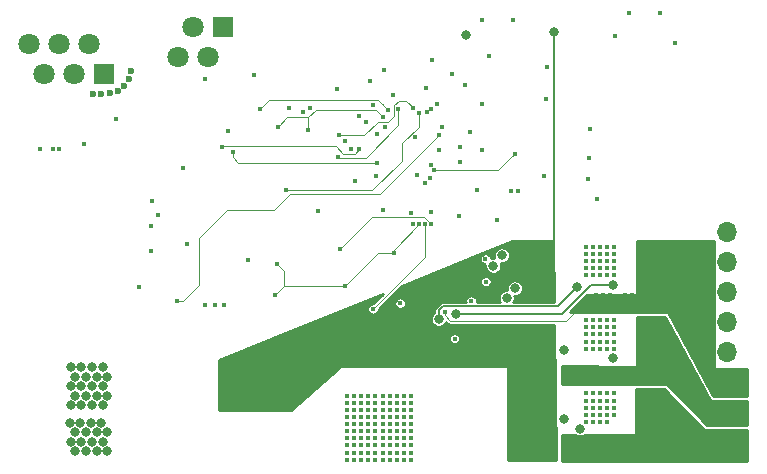
<source format=gbr>
G04 #@! TF.GenerationSoftware,KiCad,Pcbnew,5.1.5-52549c5~84~ubuntu18.04.1*
G04 #@! TF.CreationDate,2020-04-09T12:26:46+02:00*
G04 #@! TF.ProjectId,board,626f6172-642e-46b6-9963-61645f706362,rev?*
G04 #@! TF.SameCoordinates,Original*
G04 #@! TF.FileFunction,Copper,L2,Inr*
G04 #@! TF.FilePolarity,Positive*
%FSLAX46Y46*%
G04 Gerber Fmt 4.6, Leading zero omitted, Abs format (unit mm)*
G04 Created by KiCad (PCBNEW 5.1.5-52549c5~84~ubuntu18.04.1) date 2020-04-09 12:26:46*
%MOMM*%
%LPD*%
G04 APERTURE LIST*
%ADD10O,1.700000X1.700000*%
%ADD11R,1.700000X1.700000*%
%ADD12C,1.800000*%
%ADD13R,1.800000X1.800000*%
%ADD14C,0.400000*%
%ADD15C,0.800000*%
%ADD16C,0.600000*%
%ADD17C,0.177800*%
%ADD18C,0.101600*%
%ADD19C,0.152400*%
%ADD20C,0.254000*%
G04 APERTURE END LIST*
D10*
X156000000Y-119329200D03*
X156000000Y-121869200D03*
X156000000Y-124409200D03*
X156000000Y-126949200D03*
X156000000Y-129489200D03*
X156000000Y-132029200D03*
X156000000Y-134569200D03*
D11*
X156000000Y-137109200D03*
D12*
X96860000Y-103390000D03*
X98130000Y-105930000D03*
D13*
X103210000Y-105930000D03*
D12*
X101940000Y-103390000D03*
X100670000Y-105930000D03*
X99400000Y-103390000D03*
D13*
X113325000Y-101930000D03*
D12*
X112055000Y-104470000D03*
X110785000Y-101930000D03*
X109515000Y-104470000D03*
D14*
X129100000Y-127200000D03*
X128500000Y-127800000D03*
X124910000Y-127210000D03*
X126700000Y-127800000D03*
X129100000Y-129000000D03*
X129100000Y-127800000D03*
X128500000Y-127200000D03*
X124900000Y-129000000D03*
X126700000Y-128400000D03*
X126100000Y-127200000D03*
X126100000Y-129000000D03*
X124300000Y-127800000D03*
X126100000Y-128400000D03*
X126700000Y-127200000D03*
X123700000Y-127800000D03*
X126100000Y-127800000D03*
X127900000Y-127200000D03*
X124900000Y-127800000D03*
X127310000Y-127210000D03*
X124300000Y-128400000D03*
X127900000Y-129000000D03*
X127300000Y-127800000D03*
X123700000Y-128400000D03*
X125500000Y-129000000D03*
X125500000Y-127200000D03*
X123700000Y-127200000D03*
X124300000Y-129000000D03*
X127900000Y-127800000D03*
X127300000Y-129000000D03*
X125500000Y-128400000D03*
X128500000Y-128400000D03*
X128500000Y-129000000D03*
X123700000Y-129000000D03*
X124900000Y-128400000D03*
X129100000Y-128400000D03*
X127300000Y-128400000D03*
X127900000Y-128400000D03*
X125500000Y-127800000D03*
X126700000Y-129000000D03*
X124300000Y-127200000D03*
D15*
X141300000Y-102400000D03*
X141000000Y-120600000D03*
D14*
X129890000Y-118690000D03*
X127748000Y-121100000D03*
X117700000Y-124650000D03*
X123600000Y-123900000D03*
X117900000Y-122050000D03*
X133750000Y-106885000D03*
X127700000Y-107700000D03*
X130520000Y-107140000D03*
X111740000Y-106360000D03*
X115880000Y-106040000D03*
X125700000Y-106510000D03*
X136500000Y-118300000D03*
X129200000Y-117700000D03*
X133300000Y-118000000D03*
X104200000Y-109800000D03*
X147700000Y-100800000D03*
X126250000Y-114570000D03*
X134760000Y-115790000D03*
X130380000Y-118690000D03*
X126000000Y-125850000D03*
D15*
X131550000Y-126710000D03*
X143300000Y-124000000D03*
X133060000Y-126250000D03*
X146300000Y-123800000D03*
X137300000Y-124900000D03*
X146300000Y-130000000D03*
X142200000Y-129300000D03*
X138000000Y-124100000D03*
X136180000Y-122220000D03*
X142130025Y-135169975D03*
X136900000Y-121300000D03*
X143494805Y-135966469D03*
D14*
X126800000Y-136800000D03*
X128000000Y-136800000D03*
X124400000Y-137400000D03*
X128000000Y-136200000D03*
X126200000Y-136200000D03*
X125000000Y-136200000D03*
X124400000Y-136800000D03*
X128000000Y-137400000D03*
X128600000Y-137400000D03*
X126200000Y-136800000D03*
X125010000Y-135610000D03*
X128600000Y-136800000D03*
X124400000Y-136200000D03*
X127400000Y-136800000D03*
X125600000Y-135600000D03*
X126800000Y-137400000D03*
X125000000Y-136800000D03*
X129200000Y-135600000D03*
X126800000Y-135600000D03*
X126200000Y-137400000D03*
X123800000Y-137400000D03*
X128000000Y-135600000D03*
X128600000Y-135600000D03*
X123800000Y-135600000D03*
X128600000Y-136200000D03*
X126200000Y-135600000D03*
X127410000Y-135610000D03*
X127400000Y-136200000D03*
X129200000Y-136800000D03*
X123800000Y-136800000D03*
X125600000Y-137400000D03*
X125600000Y-136200000D03*
X123800000Y-136200000D03*
X125000000Y-137400000D03*
X127400000Y-137400000D03*
X125600000Y-136800000D03*
X124400000Y-135600000D03*
X126800000Y-136200000D03*
X129200000Y-137400000D03*
X129200000Y-136200000D03*
X129200000Y-138600000D03*
X128600000Y-138000000D03*
X123800000Y-138600000D03*
X124400000Y-138000000D03*
X126800000Y-138000000D03*
X125600000Y-138000000D03*
X128000000Y-138600000D03*
X123800000Y-138000000D03*
X126200000Y-138600000D03*
X126800000Y-138600000D03*
X128600000Y-138600000D03*
X125600000Y-138600000D03*
X125000000Y-138600000D03*
X126200000Y-138000000D03*
X128000000Y-138000000D03*
X125000000Y-138000000D03*
X127400000Y-138600000D03*
X129200000Y-138000000D03*
X127400000Y-138000000D03*
X124400000Y-138600000D03*
X126800000Y-134400000D03*
X128000000Y-134400000D03*
X124400000Y-135000000D03*
X128000000Y-133800000D03*
X126200000Y-133800000D03*
X125000000Y-133800000D03*
X124400000Y-134400000D03*
X128000000Y-135000000D03*
X128600000Y-135000000D03*
X126200000Y-134400000D03*
X125010000Y-133210000D03*
X128600000Y-134400000D03*
X124400000Y-133800000D03*
X127400000Y-134400000D03*
X125600000Y-133200000D03*
X126800000Y-135000000D03*
X125000000Y-134400000D03*
X129200000Y-133200000D03*
X126800000Y-133200000D03*
X126200000Y-135000000D03*
X123800000Y-135000000D03*
X128000000Y-133200000D03*
X128600000Y-133200000D03*
X123800000Y-133200000D03*
X128600000Y-133800000D03*
X126200000Y-133200000D03*
X127410000Y-133210000D03*
X127400000Y-133800000D03*
X129200000Y-134400000D03*
X123800000Y-134400000D03*
X125600000Y-135000000D03*
X125600000Y-133800000D03*
X123800000Y-133800000D03*
X125000000Y-135000000D03*
X127400000Y-135000000D03*
X125600000Y-134400000D03*
X124400000Y-133200000D03*
X126800000Y-133800000D03*
X129200000Y-135000000D03*
X129200000Y-133800000D03*
X146400000Y-127400000D03*
X144600000Y-127400000D03*
X144600000Y-128600000D03*
X144600000Y-128000000D03*
X146400000Y-129200000D03*
X145800000Y-129200000D03*
X145200000Y-126800000D03*
X145800000Y-126800000D03*
X145800000Y-128000000D03*
X145200000Y-129200000D03*
X145200000Y-127400000D03*
X144600000Y-126800000D03*
X145800000Y-127400000D03*
X145800000Y-128600000D03*
X145200000Y-128600000D03*
X145200000Y-128000000D03*
X146400000Y-126800000D03*
X146400000Y-128000000D03*
X144600000Y-129200000D03*
X146400000Y-128600000D03*
X146400000Y-133600000D03*
X144600000Y-133600000D03*
X144600000Y-134800000D03*
X144600000Y-134200000D03*
X145800000Y-135400000D03*
X145200000Y-133000000D03*
X145800000Y-133000000D03*
X145800000Y-134200000D03*
X145200000Y-135400000D03*
X145200000Y-133600000D03*
X144600000Y-133000000D03*
X145800000Y-133600000D03*
X145800000Y-134800000D03*
X145200000Y-134800000D03*
X145200000Y-134200000D03*
X146400000Y-133000000D03*
X146400000Y-134200000D03*
X144600000Y-135400000D03*
X146400000Y-134800000D03*
X144000000Y-128000000D03*
X144000000Y-129200000D03*
X144000000Y-126800000D03*
X144000000Y-128600000D03*
X144000000Y-127400000D03*
X144000000Y-121200000D03*
X144000000Y-122400000D03*
X144000000Y-121800000D03*
X144000000Y-120600000D03*
X144000000Y-123000000D03*
X144000000Y-134800000D03*
X144000000Y-133600000D03*
X144000000Y-135400000D03*
X144000000Y-133000000D03*
X144000000Y-134200000D03*
X146400000Y-121200000D03*
X146400000Y-121800000D03*
X146400000Y-122400000D03*
X146400000Y-123000000D03*
X145800000Y-123000000D03*
X145800000Y-122400000D03*
X145800000Y-121800000D03*
X145800000Y-121200000D03*
X145800000Y-120600000D03*
X145200000Y-120600000D03*
X145200000Y-121200000D03*
X145200000Y-121800000D03*
X145200000Y-122400000D03*
X145200000Y-123000000D03*
X144600000Y-123000000D03*
X144600000Y-120600000D03*
X144600000Y-121800000D03*
X144600000Y-121200000D03*
X144600000Y-122400000D03*
X129390000Y-118670000D03*
D15*
X100300000Y-135500000D03*
X101200000Y-135500000D03*
X102100000Y-135500000D03*
X103000000Y-135500000D03*
X100800000Y-136300000D03*
X101700000Y-136300000D03*
X102600000Y-136300000D03*
X103500000Y-136300000D03*
X100400000Y-137100000D03*
X101300000Y-137100000D03*
X102200000Y-137100000D03*
X103100000Y-137100000D03*
X100800000Y-137900000D03*
X101700000Y-137900000D03*
X102600000Y-137900000D03*
X103500000Y-137900000D03*
D14*
X146400000Y-120600000D03*
X129560000Y-111270000D03*
D15*
X133860000Y-102690000D03*
D14*
X126300000Y-111000000D03*
X135200000Y-108500000D03*
X134200000Y-110900000D03*
X135200000Y-112400000D03*
X124800000Y-109500000D03*
X140700000Y-105400000D03*
X134300000Y-125167399D03*
X132900000Y-128360000D03*
X128290000Y-125350000D03*
X145000000Y-116500000D03*
X126800000Y-117500000D03*
X137812500Y-101400000D03*
X135200000Y-101400000D03*
X107800000Y-117850000D03*
X126000000Y-108600000D03*
X113700000Y-110800000D03*
X124510000Y-115040000D03*
X121370000Y-117590000D03*
X140680000Y-108090000D03*
X132720000Y-105960000D03*
X131610000Y-112370000D03*
X133330000Y-112160000D03*
X133320000Y-113435700D03*
X107200000Y-118800000D03*
X107200000Y-120975000D03*
X144300000Y-113100000D03*
X144400000Y-110600000D03*
X144200000Y-114800000D03*
X140500000Y-114600000D03*
X135800000Y-104400000D03*
X151600000Y-103300000D03*
X122960000Y-107250000D03*
X106180000Y-124020000D03*
X107300000Y-116680000D03*
X146500000Y-102700000D03*
X149100000Y-124700000D03*
X149700000Y-125900000D03*
X149700000Y-124700000D03*
X149100000Y-125900000D03*
X149100000Y-125300000D03*
X149700000Y-125300000D03*
X150300000Y-125300000D03*
X150300000Y-125900000D03*
X150300000Y-124700000D03*
X151000000Y-124700000D03*
X151600000Y-125900000D03*
X151600000Y-124700000D03*
X151000000Y-125900000D03*
X151000000Y-125300000D03*
X151600000Y-125300000D03*
X152200000Y-125300000D03*
X152200000Y-125900000D03*
X152200000Y-124700000D03*
X151600000Y-122900000D03*
X152200000Y-124100000D03*
X152200000Y-122900000D03*
X151600000Y-124100000D03*
X151600000Y-123500000D03*
X152200000Y-123500000D03*
X152800000Y-123500000D03*
X152800000Y-124100000D03*
X152800000Y-122900000D03*
X152200000Y-126500000D03*
X152800000Y-127700000D03*
X152800000Y-126500000D03*
X152200000Y-127700000D03*
X152200000Y-127100000D03*
X152800000Y-127100000D03*
X153400000Y-127100000D03*
X153400000Y-127700000D03*
X153400000Y-126500000D03*
X152800000Y-124700000D03*
X153400000Y-125900000D03*
X153400000Y-124700000D03*
X152800000Y-125900000D03*
X152800000Y-125300000D03*
X153400000Y-125300000D03*
X154000000Y-125300000D03*
X154000000Y-125900000D03*
X154000000Y-124700000D03*
X151600000Y-121100000D03*
X152200000Y-121700000D03*
X152200000Y-122300000D03*
X152200000Y-121100000D03*
X151600000Y-122300000D03*
X152800000Y-122300000D03*
X152800000Y-121100000D03*
X151600000Y-121700000D03*
X152800000Y-121700000D03*
X153400000Y-122900000D03*
X154000000Y-124100000D03*
X153400000Y-124100000D03*
X153400000Y-123500000D03*
X153400000Y-121100000D03*
X153400000Y-122300000D03*
X153400000Y-121700000D03*
X154000000Y-126500000D03*
X154000000Y-127700000D03*
X154000000Y-127100000D03*
X151600000Y-126500000D03*
X152800000Y-128300000D03*
X153400000Y-128300000D03*
X154000000Y-128300000D03*
X152800000Y-128900000D03*
X153400000Y-128900000D03*
X154000000Y-128900000D03*
X154000000Y-129500000D03*
X153400000Y-129500000D03*
X154000000Y-130100000D03*
X153400000Y-130100000D03*
X154000000Y-130700000D03*
X154000000Y-131300000D03*
X144310000Y-124710000D03*
X144900000Y-125900000D03*
X144900000Y-125300000D03*
X145500000Y-124700000D03*
X144300000Y-125900000D03*
X144300000Y-125300000D03*
X145500000Y-125900000D03*
X146100000Y-124700000D03*
X144900000Y-124700000D03*
X146100000Y-125900000D03*
X145500000Y-125300000D03*
X146100000Y-125300000D03*
X146710000Y-124710000D03*
X147300000Y-125900000D03*
X147300000Y-125300000D03*
X147900000Y-124700000D03*
X146700000Y-125900000D03*
X146700000Y-125300000D03*
X147900000Y-125900000D03*
X148500000Y-124700000D03*
X147300000Y-124700000D03*
X148500000Y-125900000D03*
X147900000Y-125300000D03*
X148500000Y-125300000D03*
X132070000Y-126100000D03*
X143110000Y-126060000D03*
X149600000Y-132000000D03*
X150200000Y-130800000D03*
X149600000Y-130800000D03*
X150200000Y-132000000D03*
X149600000Y-131400000D03*
X150200000Y-131400000D03*
X152600000Y-132000000D03*
X152600000Y-131400000D03*
X152000000Y-132000000D03*
X152000000Y-131400000D03*
X152600000Y-130800000D03*
X152000000Y-130800000D03*
X150800000Y-132000000D03*
X151400000Y-130800000D03*
X150800000Y-130800000D03*
X151400000Y-132000000D03*
X150800000Y-131400000D03*
X151400000Y-131400000D03*
X152000000Y-130200000D03*
X152000000Y-129600000D03*
X151400000Y-129000000D03*
X151400000Y-129600000D03*
X151400000Y-130200000D03*
X152600000Y-133200000D03*
X153200000Y-133200000D03*
X152600000Y-132600000D03*
X153200000Y-132600000D03*
X153200000Y-132000000D03*
X152000000Y-132600000D03*
X153800000Y-134400000D03*
X153200000Y-134400000D03*
X153800000Y-133800000D03*
X153200000Y-133800000D03*
X153800000Y-133200000D03*
X143600000Y-132000000D03*
X143600000Y-131400000D03*
X148400000Y-130800000D03*
X148400000Y-132000000D03*
X149000000Y-130800000D03*
X143600000Y-130800000D03*
X149000000Y-132000000D03*
X148400000Y-131400000D03*
X149000000Y-131400000D03*
X143100000Y-131400000D03*
X143100000Y-132000000D03*
X135548036Y-123532076D03*
X143110000Y-130810000D03*
X149100000Y-137900000D03*
X150300000Y-137900000D03*
X149100000Y-138500000D03*
X148500000Y-137300000D03*
X149700000Y-138500000D03*
X149700000Y-137300000D03*
X150900000Y-137300000D03*
X151500000Y-138500000D03*
X149100000Y-136700000D03*
X149710000Y-136710000D03*
X151500000Y-137300000D03*
X148500000Y-138500000D03*
X149700000Y-137900000D03*
X148500000Y-137900000D03*
X150300000Y-138500000D03*
X151500000Y-137900000D03*
X150900000Y-136700000D03*
X150900000Y-137900000D03*
X151500000Y-136700000D03*
X150900000Y-138500000D03*
X149100000Y-137300000D03*
X150300000Y-136700000D03*
X148500000Y-136700000D03*
X150300000Y-137300000D03*
X152110000Y-136710000D03*
X153900000Y-137300000D03*
X152100000Y-138500000D03*
X153900000Y-137900000D03*
X153300000Y-136700000D03*
X153300000Y-138500000D03*
X153300000Y-137900000D03*
X153900000Y-136700000D03*
X153300000Y-137300000D03*
X152100000Y-137300000D03*
X152700000Y-138500000D03*
X152700000Y-136700000D03*
X152700000Y-137900000D03*
X152100000Y-137900000D03*
X152700000Y-137300000D03*
X153900000Y-138500000D03*
X153300000Y-136100000D03*
X151500000Y-136100000D03*
X151500000Y-135500000D03*
X152700000Y-135500000D03*
X152110000Y-135510000D03*
X152100000Y-136100000D03*
X152700000Y-136100000D03*
X151500000Y-134900000D03*
X152110000Y-134910000D03*
X151500000Y-134300000D03*
X143610000Y-136710000D03*
X144200000Y-137900000D03*
X144200000Y-137300000D03*
X144800000Y-136700000D03*
X143600000Y-137900000D03*
X143600000Y-137300000D03*
X144800000Y-137900000D03*
X145400000Y-136700000D03*
X144200000Y-136700000D03*
X145400000Y-137900000D03*
X144800000Y-137300000D03*
X145400000Y-137300000D03*
X143600000Y-138500000D03*
X145400000Y-138500000D03*
X144800000Y-138500000D03*
X144200000Y-138500000D03*
X146000000Y-137900000D03*
X147800000Y-137900000D03*
X147800000Y-138500000D03*
X147200000Y-137300000D03*
X147800000Y-136700000D03*
X146600000Y-136700000D03*
X146010000Y-136710000D03*
X147200000Y-138500000D03*
X146000000Y-137300000D03*
X147200000Y-137900000D03*
X146000000Y-138500000D03*
X146600000Y-138500000D03*
X146600000Y-137300000D03*
X147800000Y-137300000D03*
X147200000Y-136700000D03*
X146600000Y-137900000D03*
X135500000Y-121608700D03*
X143040000Y-138210000D03*
D16*
X102950000Y-107640000D03*
X102270000Y-107670000D03*
X103690000Y-107560000D03*
X104390000Y-107420000D03*
X104940000Y-106980000D03*
X105300000Y-106350000D03*
X105500000Y-105660000D03*
D14*
X131560000Y-111110000D03*
X109370000Y-125170000D03*
X115450000Y-121670000D03*
X138270000Y-115830000D03*
X110250000Y-120330000D03*
X137660000Y-115820000D03*
X130910000Y-118670000D03*
X123200000Y-120750000D03*
X101500000Y-111900000D03*
X109900000Y-113900000D03*
X126300000Y-113500000D03*
X114110000Y-112540000D03*
X124840000Y-112340000D03*
X113250000Y-112100000D03*
D15*
X100800000Y-133200000D03*
X101700000Y-133200000D03*
X102600000Y-133200000D03*
X103500000Y-133200000D03*
X100400000Y-130800000D03*
X101300000Y-130800000D03*
X102200000Y-130800000D03*
X103100000Y-130800000D03*
X100800000Y-131600000D03*
X101700000Y-131600000D03*
X102600000Y-131600000D03*
X103500000Y-131600000D03*
X100400000Y-132400000D03*
X101300000Y-132400000D03*
X102200000Y-132400000D03*
X103100000Y-132400000D03*
X100400000Y-134000000D03*
X101300000Y-134000000D03*
X102200000Y-134000000D03*
X103100000Y-134000000D03*
D14*
X131450000Y-108470000D03*
X98860000Y-112270000D03*
X126900000Y-105600000D03*
X131000000Y-104800000D03*
X131800000Y-110400000D03*
X125400000Y-110000000D03*
X130830000Y-114730000D03*
X118880000Y-108800000D03*
X130410000Y-115150000D03*
X120070000Y-109170000D03*
X129730000Y-114480000D03*
X120670000Y-108810000D03*
X129850000Y-109260000D03*
X118650000Y-115810000D03*
X127300000Y-109000000D03*
X116400000Y-108930000D03*
X97770000Y-112270000D03*
X130560000Y-109200000D03*
X130940000Y-108880000D03*
X99420000Y-112330000D03*
X113400000Y-125500000D03*
X124150000Y-112260000D03*
X126991736Y-110408264D03*
X112600000Y-125500000D03*
X123610000Y-111660000D03*
X111800000Y-125500000D03*
X126820000Y-109550000D03*
X120530000Y-110710000D03*
X117950000Y-110400000D03*
X123140000Y-111140000D03*
X129360000Y-108810000D03*
X123000000Y-113001600D03*
X128150000Y-108950000D03*
X131120000Y-114090000D03*
X150300000Y-100800000D03*
X138000000Y-112700000D03*
X130910000Y-113650000D03*
X130900000Y-117600000D03*
D17*
X141300000Y-102400000D02*
X141300000Y-120300000D01*
X141300000Y-120300000D02*
X141000000Y-120600000D01*
D18*
X127748000Y-120832000D02*
X127748000Y-121100000D01*
X129890000Y-118690000D02*
X127748000Y-120832000D01*
X118450000Y-123900000D02*
X118050000Y-124300000D01*
X123600000Y-123900000D02*
X118450000Y-123900000D01*
X118050000Y-124300000D02*
X117700000Y-124650000D01*
X124192000Y-123308000D02*
X123600000Y-123900000D01*
X126400000Y-121100000D02*
X124192000Y-123308000D01*
X127748000Y-121100000D02*
X126400000Y-121100000D01*
X118450000Y-123900000D02*
X118450000Y-122600000D01*
X118450000Y-122600000D02*
X117900000Y-122050000D01*
X130380000Y-118690000D02*
X130380000Y-121470000D01*
X130380000Y-121470000D02*
X126000000Y-125850000D01*
D17*
X141691301Y-125608699D02*
X143300000Y-124000000D01*
X131908175Y-125608699D02*
X141691301Y-125608699D01*
X131550000Y-126710000D02*
X131550000Y-125966874D01*
X131550000Y-125966874D02*
X131908175Y-125608699D01*
X133060000Y-126250000D02*
X142000000Y-126250000D01*
X144450000Y-123800000D02*
X146300000Y-123800000D01*
X142000000Y-126250000D02*
X144450000Y-123800000D01*
X142200000Y-129190000D02*
X142200000Y-129300000D01*
D18*
X132070000Y-126100000D02*
X132070000Y-126382842D01*
X132070000Y-126382842D02*
X132540359Y-126853201D01*
X142316799Y-126853201D02*
X143110000Y-126060000D01*
X141976799Y-126853201D02*
X142316799Y-126853201D01*
X132540359Y-126853201D02*
X141976799Y-126853201D01*
X131560000Y-111110000D02*
X126560000Y-116110000D01*
X126560000Y-116110000D02*
X118950000Y-116110000D01*
X109890000Y-125170000D02*
X109370000Y-125170000D01*
X118950000Y-116110000D02*
X117620000Y-117440000D01*
X117620000Y-117440000D02*
X113630000Y-117440000D01*
X111230000Y-119840000D02*
X111230000Y-123840000D01*
X113630000Y-117440000D02*
X111230000Y-119840000D01*
X111230000Y-123840000D02*
X109890000Y-125170000D01*
X130910000Y-118670000D02*
X130455990Y-118215990D01*
X130292000Y-118052000D02*
X130034000Y-118052000D01*
X130910000Y-118670000D02*
X130292000Y-118052000D01*
X125898000Y-118052000D02*
X123200000Y-120750000D01*
X127800000Y-118052000D02*
X125898000Y-118052000D01*
X127800000Y-118052000D02*
X130034000Y-118052000D01*
X114110000Y-113010000D02*
X114110000Y-112540000D01*
X126300000Y-113500000D02*
X114600000Y-113500000D01*
X114600000Y-113500000D02*
X114110000Y-113010000D01*
X124480000Y-112700000D02*
X124840000Y-112340000D01*
X123490000Y-112700000D02*
X124480000Y-112700000D01*
X122866815Y-112076815D02*
X123490000Y-112700000D01*
X113226815Y-112076815D02*
X113250000Y-112100000D01*
X113226815Y-112076815D02*
X122866815Y-112076815D01*
D19*
X130334315Y-115150000D02*
X130410000Y-115150000D01*
D18*
X129850000Y-110396370D02*
X129850000Y-109260000D01*
X128420000Y-111826370D02*
X129850000Y-110396370D01*
X128420000Y-113290000D02*
X128420000Y-111826370D01*
X125900000Y-115810000D02*
X128420000Y-113290000D01*
X118650000Y-115810000D02*
X125900000Y-115810000D01*
X116831601Y-108498399D02*
X116400000Y-108930000D01*
X126798399Y-108498399D02*
X126880000Y-108580000D01*
X126880000Y-108580000D02*
X127300000Y-109000000D01*
X126440000Y-108140000D02*
X126700000Y-108400000D01*
X126700000Y-108400000D02*
X126880000Y-108580000D01*
X117190000Y-108140000D02*
X126440000Y-108140000D01*
X116400000Y-108930000D02*
X117190000Y-108140000D01*
X126270000Y-109000000D02*
X126820000Y-109550000D01*
X124670000Y-109000000D02*
X126270000Y-109000000D01*
X123600000Y-109000000D02*
X124670000Y-109000000D01*
X120530000Y-110100000D02*
X120530000Y-110710000D01*
X120530000Y-109600000D02*
X120530000Y-110100000D01*
X124670000Y-109000000D02*
X121130000Y-109000000D01*
X121130000Y-109000000D02*
X120530000Y-109600000D01*
X120530000Y-109600000D02*
X118750000Y-109600000D01*
X118750000Y-109600000D02*
X117950000Y-110400000D01*
X125260000Y-111140000D02*
X123140000Y-111140000D01*
X126400000Y-110000000D02*
X125260000Y-111140000D01*
X127300000Y-110000000D02*
X126400000Y-110000000D01*
X129360000Y-108810000D02*
X129360000Y-108760000D01*
X128160000Y-108200000D02*
X128160000Y-108220000D01*
X127780000Y-109520000D02*
X127300000Y-110000000D01*
X129360000Y-108760000D02*
X128800000Y-108200000D01*
X128800000Y-108200000D02*
X128160000Y-108200000D01*
X128160000Y-108220000D02*
X127780000Y-108600000D01*
X127780000Y-108600000D02*
X127780000Y-109520000D01*
X125360000Y-113040000D02*
X123038400Y-113040000D01*
X123038400Y-113040000D02*
X123000000Y-113001600D01*
X128150000Y-109232842D02*
X128150000Y-110260000D01*
X128150000Y-108950000D02*
X128150000Y-109232842D01*
X128150000Y-110260000D02*
X125360000Y-113040000D01*
X131120000Y-114090000D02*
X136610000Y-114090000D01*
X137700000Y-113000000D02*
X138000000Y-112700000D01*
X136610000Y-114090000D02*
X137700000Y-113000000D01*
D20*
G36*
X141328742Y-125240399D02*
G01*
X137889659Y-125240399D01*
X137902076Y-125221816D01*
X137953291Y-125098174D01*
X137979400Y-124966915D01*
X137979400Y-124833085D01*
X137968721Y-124779400D01*
X138066915Y-124779400D01*
X138198174Y-124753291D01*
X138321816Y-124702076D01*
X138433092Y-124627724D01*
X138527724Y-124533092D01*
X138602076Y-124421816D01*
X138653291Y-124298174D01*
X138679400Y-124166915D01*
X138679400Y-124033085D01*
X138653291Y-123901826D01*
X138602076Y-123778184D01*
X138527724Y-123666908D01*
X138433092Y-123572276D01*
X138321816Y-123497924D01*
X138198174Y-123446709D01*
X138066915Y-123420600D01*
X137933085Y-123420600D01*
X137801826Y-123446709D01*
X137678184Y-123497924D01*
X137566908Y-123572276D01*
X137472276Y-123666908D01*
X137397924Y-123778184D01*
X137346709Y-123901826D01*
X137320600Y-124033085D01*
X137320600Y-124166915D01*
X137331279Y-124220600D01*
X137233085Y-124220600D01*
X137101826Y-124246709D01*
X136978184Y-124297924D01*
X136866908Y-124372276D01*
X136772276Y-124466908D01*
X136697924Y-124578184D01*
X136646709Y-124701826D01*
X136620600Y-124833085D01*
X136620600Y-124966915D01*
X136646709Y-125098174D01*
X136697924Y-125221816D01*
X136710341Y-125240399D01*
X134774271Y-125240399D01*
X134779400Y-125214616D01*
X134779400Y-125120182D01*
X134760977Y-125027563D01*
X134724839Y-124940318D01*
X134672375Y-124861799D01*
X134605600Y-124795024D01*
X134527081Y-124742560D01*
X134439836Y-124706422D01*
X134347217Y-124687999D01*
X134252783Y-124687999D01*
X134160164Y-124706422D01*
X134072919Y-124742560D01*
X133994400Y-124795024D01*
X133927625Y-124861799D01*
X133875161Y-124940318D01*
X133839023Y-125027563D01*
X133820600Y-125120182D01*
X133820600Y-125214616D01*
X133825729Y-125240399D01*
X131926260Y-125240399D01*
X131908175Y-125238618D01*
X131890089Y-125240399D01*
X131890082Y-125240399D01*
X131842373Y-125245098D01*
X131835975Y-125245728D01*
X131814915Y-125252117D01*
X131766551Y-125266788D01*
X131702568Y-125300987D01*
X131677354Y-125321680D01*
X131660541Y-125335478D01*
X131660537Y-125335482D01*
X131646488Y-125347012D01*
X131634957Y-125361062D01*
X131302363Y-125693657D01*
X131288314Y-125705187D01*
X131276784Y-125719236D01*
X131276779Y-125719241D01*
X131269899Y-125727625D01*
X131242289Y-125761267D01*
X131220099Y-125802783D01*
X131208090Y-125825250D01*
X131187029Y-125894675D01*
X131179919Y-125966874D01*
X131181701Y-125984969D01*
X131181701Y-126138983D01*
X131116908Y-126182276D01*
X131022276Y-126276908D01*
X130947924Y-126388184D01*
X130896709Y-126511826D01*
X130870600Y-126643085D01*
X130870600Y-126776915D01*
X130896709Y-126908174D01*
X130947924Y-127031816D01*
X131022276Y-127143092D01*
X131116908Y-127237724D01*
X131228184Y-127312076D01*
X131351826Y-127363291D01*
X131483085Y-127389400D01*
X131616915Y-127389400D01*
X131748174Y-127363291D01*
X131871816Y-127312076D01*
X131983092Y-127237724D01*
X132077724Y-127143092D01*
X132152076Y-127031816D01*
X132181344Y-126961158D01*
X132295404Y-127075219D01*
X132305743Y-127087817D01*
X132332101Y-127109448D01*
X132356021Y-127129080D01*
X132382237Y-127143092D01*
X132413386Y-127159741D01*
X132475629Y-127178623D01*
X132524144Y-127183401D01*
X132524145Y-127183401D01*
X132540358Y-127184998D01*
X132556571Y-127183401D01*
X141349412Y-127183401D01*
X141471642Y-138673000D01*
X137427000Y-138673000D01*
X137427000Y-130800000D01*
X137424560Y-130775224D01*
X137417333Y-130751399D01*
X137405597Y-130729443D01*
X137389803Y-130710197D01*
X137370557Y-130694403D01*
X137348601Y-130682667D01*
X137324776Y-130675440D01*
X137300000Y-130673000D01*
X123400000Y-130673000D01*
X123375224Y-130675440D01*
X123351399Y-130682667D01*
X123329443Y-130694403D01*
X123317165Y-130703733D01*
X119052882Y-134373000D01*
X112927000Y-134373000D01*
X112927000Y-130185536D01*
X117543985Y-128312783D01*
X132420600Y-128312783D01*
X132420600Y-128407217D01*
X132439023Y-128499836D01*
X132475161Y-128587081D01*
X132527625Y-128665600D01*
X132594400Y-128732375D01*
X132672919Y-128784839D01*
X132760164Y-128820977D01*
X132852783Y-128839400D01*
X132947217Y-128839400D01*
X133039836Y-128820977D01*
X133127081Y-128784839D01*
X133205600Y-128732375D01*
X133272375Y-128665600D01*
X133324839Y-128587081D01*
X133360977Y-128499836D01*
X133379400Y-128407217D01*
X133379400Y-128312783D01*
X133360977Y-128220164D01*
X133324839Y-128132919D01*
X133272375Y-128054400D01*
X133205600Y-127987625D01*
X133127081Y-127935161D01*
X133039836Y-127899023D01*
X132947217Y-127880600D01*
X132852783Y-127880600D01*
X132760164Y-127899023D01*
X132672919Y-127935161D01*
X132594400Y-127987625D01*
X132527625Y-128054400D01*
X132475161Y-128132919D01*
X132439023Y-128220164D01*
X132420600Y-128312783D01*
X117543985Y-128312783D01*
X126841544Y-124541484D01*
X126012428Y-125370600D01*
X125952783Y-125370600D01*
X125860164Y-125389023D01*
X125772919Y-125425161D01*
X125694400Y-125477625D01*
X125627625Y-125544400D01*
X125575161Y-125622919D01*
X125539023Y-125710164D01*
X125520600Y-125802783D01*
X125520600Y-125897217D01*
X125539023Y-125989836D01*
X125575161Y-126077081D01*
X125627625Y-126155600D01*
X125694400Y-126222375D01*
X125772919Y-126274839D01*
X125860164Y-126310977D01*
X125952783Y-126329400D01*
X126047217Y-126329400D01*
X126139836Y-126310977D01*
X126227081Y-126274839D01*
X126305600Y-126222375D01*
X126372375Y-126155600D01*
X126424839Y-126077081D01*
X126460977Y-125989836D01*
X126479400Y-125897217D01*
X126479400Y-125837572D01*
X127014189Y-125302783D01*
X127810600Y-125302783D01*
X127810600Y-125397217D01*
X127829023Y-125489836D01*
X127865161Y-125577081D01*
X127917625Y-125655600D01*
X127984400Y-125722375D01*
X128062919Y-125774839D01*
X128150164Y-125810977D01*
X128242783Y-125829400D01*
X128337217Y-125829400D01*
X128429836Y-125810977D01*
X128517081Y-125774839D01*
X128595600Y-125722375D01*
X128662375Y-125655600D01*
X128714839Y-125577081D01*
X128750977Y-125489836D01*
X128769400Y-125397217D01*
X128769400Y-125302783D01*
X128750977Y-125210164D01*
X128714839Y-125122919D01*
X128662375Y-125044400D01*
X128595600Y-124977625D01*
X128517081Y-124925161D01*
X128429836Y-124889023D01*
X128337217Y-124870600D01*
X128242783Y-124870600D01*
X128150164Y-124889023D01*
X128062919Y-124925161D01*
X127984400Y-124977625D01*
X127917625Y-125044400D01*
X127865161Y-125122919D01*
X127829023Y-125210164D01*
X127810600Y-125302783D01*
X127014189Y-125302783D01*
X128412844Y-123904129D01*
X129446489Y-123484859D01*
X135068636Y-123484859D01*
X135068636Y-123579293D01*
X135087059Y-123671912D01*
X135123197Y-123759157D01*
X135175661Y-123837676D01*
X135242436Y-123904451D01*
X135320955Y-123956915D01*
X135408200Y-123993053D01*
X135500819Y-124011476D01*
X135595253Y-124011476D01*
X135687872Y-123993053D01*
X135775117Y-123956915D01*
X135853636Y-123904451D01*
X135920411Y-123837676D01*
X135972875Y-123759157D01*
X136009013Y-123671912D01*
X136027436Y-123579293D01*
X136027436Y-123484859D01*
X136009013Y-123392240D01*
X135972875Y-123304995D01*
X135920411Y-123226476D01*
X135853636Y-123159701D01*
X135775117Y-123107237D01*
X135687872Y-123071099D01*
X135595253Y-123052676D01*
X135500819Y-123052676D01*
X135408200Y-123071099D01*
X135320955Y-123107237D01*
X135242436Y-123159701D01*
X135175661Y-123226476D01*
X135123197Y-123304995D01*
X135087059Y-123392240D01*
X135068636Y-123484859D01*
X129446489Y-123484859D01*
X134188278Y-121561483D01*
X135020600Y-121561483D01*
X135020600Y-121655917D01*
X135039023Y-121748536D01*
X135075161Y-121835781D01*
X135127625Y-121914300D01*
X135194400Y-121981075D01*
X135272919Y-122033539D01*
X135360164Y-122069677D01*
X135452783Y-122088100D01*
X135513526Y-122088100D01*
X135500600Y-122153085D01*
X135500600Y-122286915D01*
X135526709Y-122418174D01*
X135577924Y-122541816D01*
X135652276Y-122653092D01*
X135746908Y-122747724D01*
X135858184Y-122822076D01*
X135981826Y-122873291D01*
X136113085Y-122899400D01*
X136246915Y-122899400D01*
X136378174Y-122873291D01*
X136501816Y-122822076D01*
X136613092Y-122747724D01*
X136707724Y-122653092D01*
X136782076Y-122541816D01*
X136833291Y-122418174D01*
X136859400Y-122286915D01*
X136859400Y-122153085D01*
X136833291Y-122021826D01*
X136814158Y-121975635D01*
X136833085Y-121979400D01*
X136966915Y-121979400D01*
X137098174Y-121953291D01*
X137221816Y-121902076D01*
X137333092Y-121827724D01*
X137427724Y-121733092D01*
X137502076Y-121621816D01*
X137553291Y-121498174D01*
X137579400Y-121366915D01*
X137579400Y-121233085D01*
X137553291Y-121101826D01*
X137502076Y-120978184D01*
X137427724Y-120866908D01*
X137333092Y-120772276D01*
X137221816Y-120697924D01*
X137098174Y-120646709D01*
X136966915Y-120620600D01*
X136833085Y-120620600D01*
X136701826Y-120646709D01*
X136578184Y-120697924D01*
X136466908Y-120772276D01*
X136372276Y-120866908D01*
X136297924Y-120978184D01*
X136246709Y-121101826D01*
X136220600Y-121233085D01*
X136220600Y-121366915D01*
X136246709Y-121498174D01*
X136265842Y-121544365D01*
X136246915Y-121540600D01*
X136113085Y-121540600D01*
X135981826Y-121566709D01*
X135979400Y-121567714D01*
X135979400Y-121561483D01*
X135960977Y-121468864D01*
X135924839Y-121381619D01*
X135872375Y-121303100D01*
X135805600Y-121236325D01*
X135727081Y-121183861D01*
X135639836Y-121147723D01*
X135547217Y-121129300D01*
X135452783Y-121129300D01*
X135360164Y-121147723D01*
X135272919Y-121183861D01*
X135194400Y-121236325D01*
X135127625Y-121303100D01*
X135075161Y-121381619D01*
X135039023Y-121468864D01*
X135020600Y-121561483D01*
X134188278Y-121561483D01*
X137724776Y-120127000D01*
X141274344Y-120127000D01*
X141328742Y-125240399D01*
G37*
X141328742Y-125240399D02*
X137889659Y-125240399D01*
X137902076Y-125221816D01*
X137953291Y-125098174D01*
X137979400Y-124966915D01*
X137979400Y-124833085D01*
X137968721Y-124779400D01*
X138066915Y-124779400D01*
X138198174Y-124753291D01*
X138321816Y-124702076D01*
X138433092Y-124627724D01*
X138527724Y-124533092D01*
X138602076Y-124421816D01*
X138653291Y-124298174D01*
X138679400Y-124166915D01*
X138679400Y-124033085D01*
X138653291Y-123901826D01*
X138602076Y-123778184D01*
X138527724Y-123666908D01*
X138433092Y-123572276D01*
X138321816Y-123497924D01*
X138198174Y-123446709D01*
X138066915Y-123420600D01*
X137933085Y-123420600D01*
X137801826Y-123446709D01*
X137678184Y-123497924D01*
X137566908Y-123572276D01*
X137472276Y-123666908D01*
X137397924Y-123778184D01*
X137346709Y-123901826D01*
X137320600Y-124033085D01*
X137320600Y-124166915D01*
X137331279Y-124220600D01*
X137233085Y-124220600D01*
X137101826Y-124246709D01*
X136978184Y-124297924D01*
X136866908Y-124372276D01*
X136772276Y-124466908D01*
X136697924Y-124578184D01*
X136646709Y-124701826D01*
X136620600Y-124833085D01*
X136620600Y-124966915D01*
X136646709Y-125098174D01*
X136697924Y-125221816D01*
X136710341Y-125240399D01*
X134774271Y-125240399D01*
X134779400Y-125214616D01*
X134779400Y-125120182D01*
X134760977Y-125027563D01*
X134724839Y-124940318D01*
X134672375Y-124861799D01*
X134605600Y-124795024D01*
X134527081Y-124742560D01*
X134439836Y-124706422D01*
X134347217Y-124687999D01*
X134252783Y-124687999D01*
X134160164Y-124706422D01*
X134072919Y-124742560D01*
X133994400Y-124795024D01*
X133927625Y-124861799D01*
X133875161Y-124940318D01*
X133839023Y-125027563D01*
X133820600Y-125120182D01*
X133820600Y-125214616D01*
X133825729Y-125240399D01*
X131926260Y-125240399D01*
X131908175Y-125238618D01*
X131890089Y-125240399D01*
X131890082Y-125240399D01*
X131842373Y-125245098D01*
X131835975Y-125245728D01*
X131814915Y-125252117D01*
X131766551Y-125266788D01*
X131702568Y-125300987D01*
X131677354Y-125321680D01*
X131660541Y-125335478D01*
X131660537Y-125335482D01*
X131646488Y-125347012D01*
X131634957Y-125361062D01*
X131302363Y-125693657D01*
X131288314Y-125705187D01*
X131276784Y-125719236D01*
X131276779Y-125719241D01*
X131269899Y-125727625D01*
X131242289Y-125761267D01*
X131220099Y-125802783D01*
X131208090Y-125825250D01*
X131187029Y-125894675D01*
X131179919Y-125966874D01*
X131181701Y-125984969D01*
X131181701Y-126138983D01*
X131116908Y-126182276D01*
X131022276Y-126276908D01*
X130947924Y-126388184D01*
X130896709Y-126511826D01*
X130870600Y-126643085D01*
X130870600Y-126776915D01*
X130896709Y-126908174D01*
X130947924Y-127031816D01*
X131022276Y-127143092D01*
X131116908Y-127237724D01*
X131228184Y-127312076D01*
X131351826Y-127363291D01*
X131483085Y-127389400D01*
X131616915Y-127389400D01*
X131748174Y-127363291D01*
X131871816Y-127312076D01*
X131983092Y-127237724D01*
X132077724Y-127143092D01*
X132152076Y-127031816D01*
X132181344Y-126961158D01*
X132295404Y-127075219D01*
X132305743Y-127087817D01*
X132332101Y-127109448D01*
X132356021Y-127129080D01*
X132382237Y-127143092D01*
X132413386Y-127159741D01*
X132475629Y-127178623D01*
X132524144Y-127183401D01*
X132524145Y-127183401D01*
X132540358Y-127184998D01*
X132556571Y-127183401D01*
X141349412Y-127183401D01*
X141471642Y-138673000D01*
X137427000Y-138673000D01*
X137427000Y-130800000D01*
X137424560Y-130775224D01*
X137417333Y-130751399D01*
X137405597Y-130729443D01*
X137389803Y-130710197D01*
X137370557Y-130694403D01*
X137348601Y-130682667D01*
X137324776Y-130675440D01*
X137300000Y-130673000D01*
X123400000Y-130673000D01*
X123375224Y-130675440D01*
X123351399Y-130682667D01*
X123329443Y-130694403D01*
X123317165Y-130703733D01*
X119052882Y-134373000D01*
X112927000Y-134373000D01*
X112927000Y-130185536D01*
X117543985Y-128312783D01*
X132420600Y-128312783D01*
X132420600Y-128407217D01*
X132439023Y-128499836D01*
X132475161Y-128587081D01*
X132527625Y-128665600D01*
X132594400Y-128732375D01*
X132672919Y-128784839D01*
X132760164Y-128820977D01*
X132852783Y-128839400D01*
X132947217Y-128839400D01*
X133039836Y-128820977D01*
X133127081Y-128784839D01*
X133205600Y-128732375D01*
X133272375Y-128665600D01*
X133324839Y-128587081D01*
X133360977Y-128499836D01*
X133379400Y-128407217D01*
X133379400Y-128312783D01*
X133360977Y-128220164D01*
X133324839Y-128132919D01*
X133272375Y-128054400D01*
X133205600Y-127987625D01*
X133127081Y-127935161D01*
X133039836Y-127899023D01*
X132947217Y-127880600D01*
X132852783Y-127880600D01*
X132760164Y-127899023D01*
X132672919Y-127935161D01*
X132594400Y-127987625D01*
X132527625Y-128054400D01*
X132475161Y-128132919D01*
X132439023Y-128220164D01*
X132420600Y-128312783D01*
X117543985Y-128312783D01*
X126841544Y-124541484D01*
X126012428Y-125370600D01*
X125952783Y-125370600D01*
X125860164Y-125389023D01*
X125772919Y-125425161D01*
X125694400Y-125477625D01*
X125627625Y-125544400D01*
X125575161Y-125622919D01*
X125539023Y-125710164D01*
X125520600Y-125802783D01*
X125520600Y-125897217D01*
X125539023Y-125989836D01*
X125575161Y-126077081D01*
X125627625Y-126155600D01*
X125694400Y-126222375D01*
X125772919Y-126274839D01*
X125860164Y-126310977D01*
X125952783Y-126329400D01*
X126047217Y-126329400D01*
X126139836Y-126310977D01*
X126227081Y-126274839D01*
X126305600Y-126222375D01*
X126372375Y-126155600D01*
X126424839Y-126077081D01*
X126460977Y-125989836D01*
X126479400Y-125897217D01*
X126479400Y-125837572D01*
X127014189Y-125302783D01*
X127810600Y-125302783D01*
X127810600Y-125397217D01*
X127829023Y-125489836D01*
X127865161Y-125577081D01*
X127917625Y-125655600D01*
X127984400Y-125722375D01*
X128062919Y-125774839D01*
X128150164Y-125810977D01*
X128242783Y-125829400D01*
X128337217Y-125829400D01*
X128429836Y-125810977D01*
X128517081Y-125774839D01*
X128595600Y-125722375D01*
X128662375Y-125655600D01*
X128714839Y-125577081D01*
X128750977Y-125489836D01*
X128769400Y-125397217D01*
X128769400Y-125302783D01*
X128750977Y-125210164D01*
X128714839Y-125122919D01*
X128662375Y-125044400D01*
X128595600Y-124977625D01*
X128517081Y-124925161D01*
X128429836Y-124889023D01*
X128337217Y-124870600D01*
X128242783Y-124870600D01*
X128150164Y-124889023D01*
X128062919Y-124925161D01*
X127984400Y-124977625D01*
X127917625Y-125044400D01*
X127865161Y-125122919D01*
X127829023Y-125210164D01*
X127810600Y-125302783D01*
X127014189Y-125302783D01*
X128412844Y-123904129D01*
X129446489Y-123484859D01*
X135068636Y-123484859D01*
X135068636Y-123579293D01*
X135087059Y-123671912D01*
X135123197Y-123759157D01*
X135175661Y-123837676D01*
X135242436Y-123904451D01*
X135320955Y-123956915D01*
X135408200Y-123993053D01*
X135500819Y-124011476D01*
X135595253Y-124011476D01*
X135687872Y-123993053D01*
X135775117Y-123956915D01*
X135853636Y-123904451D01*
X135920411Y-123837676D01*
X135972875Y-123759157D01*
X136009013Y-123671912D01*
X136027436Y-123579293D01*
X136027436Y-123484859D01*
X136009013Y-123392240D01*
X135972875Y-123304995D01*
X135920411Y-123226476D01*
X135853636Y-123159701D01*
X135775117Y-123107237D01*
X135687872Y-123071099D01*
X135595253Y-123052676D01*
X135500819Y-123052676D01*
X135408200Y-123071099D01*
X135320955Y-123107237D01*
X135242436Y-123159701D01*
X135175661Y-123226476D01*
X135123197Y-123304995D01*
X135087059Y-123392240D01*
X135068636Y-123484859D01*
X129446489Y-123484859D01*
X134188278Y-121561483D01*
X135020600Y-121561483D01*
X135020600Y-121655917D01*
X135039023Y-121748536D01*
X135075161Y-121835781D01*
X135127625Y-121914300D01*
X135194400Y-121981075D01*
X135272919Y-122033539D01*
X135360164Y-122069677D01*
X135452783Y-122088100D01*
X135513526Y-122088100D01*
X135500600Y-122153085D01*
X135500600Y-122286915D01*
X135526709Y-122418174D01*
X135577924Y-122541816D01*
X135652276Y-122653092D01*
X135746908Y-122747724D01*
X135858184Y-122822076D01*
X135981826Y-122873291D01*
X136113085Y-122899400D01*
X136246915Y-122899400D01*
X136378174Y-122873291D01*
X136501816Y-122822076D01*
X136613092Y-122747724D01*
X136707724Y-122653092D01*
X136782076Y-122541816D01*
X136833291Y-122418174D01*
X136859400Y-122286915D01*
X136859400Y-122153085D01*
X136833291Y-122021826D01*
X136814158Y-121975635D01*
X136833085Y-121979400D01*
X136966915Y-121979400D01*
X137098174Y-121953291D01*
X137221816Y-121902076D01*
X137333092Y-121827724D01*
X137427724Y-121733092D01*
X137502076Y-121621816D01*
X137553291Y-121498174D01*
X137579400Y-121366915D01*
X137579400Y-121233085D01*
X137553291Y-121101826D01*
X137502076Y-120978184D01*
X137427724Y-120866908D01*
X137333092Y-120772276D01*
X137221816Y-120697924D01*
X137098174Y-120646709D01*
X136966915Y-120620600D01*
X136833085Y-120620600D01*
X136701826Y-120646709D01*
X136578184Y-120697924D01*
X136466908Y-120772276D01*
X136372276Y-120866908D01*
X136297924Y-120978184D01*
X136246709Y-121101826D01*
X136220600Y-121233085D01*
X136220600Y-121366915D01*
X136246709Y-121498174D01*
X136265842Y-121544365D01*
X136246915Y-121540600D01*
X136113085Y-121540600D01*
X135981826Y-121566709D01*
X135979400Y-121567714D01*
X135979400Y-121561483D01*
X135960977Y-121468864D01*
X135924839Y-121381619D01*
X135872375Y-121303100D01*
X135805600Y-121236325D01*
X135727081Y-121183861D01*
X135639836Y-121147723D01*
X135547217Y-121129300D01*
X135452783Y-121129300D01*
X135360164Y-121147723D01*
X135272919Y-121183861D01*
X135194400Y-121236325D01*
X135127625Y-121303100D01*
X135075161Y-121381619D01*
X135039023Y-121468864D01*
X135020600Y-121561483D01*
X134188278Y-121561483D01*
X137724776Y-120127000D01*
X141274344Y-120127000D01*
X141328742Y-125240399D01*
G36*
X154873000Y-130800000D02*
G01*
X154875440Y-130824776D01*
X154882667Y-130848601D01*
X154894403Y-130870557D01*
X154910197Y-130889803D01*
X154929443Y-130905597D01*
X154951399Y-130917333D01*
X154975224Y-130924560D01*
X155000000Y-130927000D01*
X157673000Y-130927000D01*
X157673000Y-133173000D01*
X154776073Y-133173000D01*
X151011971Y-126140072D01*
X150998128Y-126119379D01*
X150980514Y-126101784D01*
X150959806Y-126087963D01*
X150936800Y-126078449D01*
X150900000Y-126073000D01*
X142697854Y-126073000D01*
X144143854Y-124627000D01*
X148200000Y-124627000D01*
X148224776Y-124624560D01*
X148248601Y-124617333D01*
X148270557Y-124605597D01*
X148289803Y-124589803D01*
X148305597Y-124570557D01*
X148317333Y-124548601D01*
X148324560Y-124524776D01*
X148327000Y-124500000D01*
X148327000Y-120127000D01*
X154873000Y-120127000D01*
X154873000Y-130800000D01*
G37*
X154873000Y-130800000D02*
X154875440Y-130824776D01*
X154882667Y-130848601D01*
X154894403Y-130870557D01*
X154910197Y-130889803D01*
X154929443Y-130905597D01*
X154951399Y-130917333D01*
X154975224Y-130924560D01*
X155000000Y-130927000D01*
X157673000Y-130927000D01*
X157673000Y-133173000D01*
X154776073Y-133173000D01*
X151011971Y-126140072D01*
X150998128Y-126119379D01*
X150980514Y-126101784D01*
X150959806Y-126087963D01*
X150936800Y-126078449D01*
X150900000Y-126073000D01*
X142697854Y-126073000D01*
X144143854Y-124627000D01*
X148200000Y-124627000D01*
X148224776Y-124624560D01*
X148248601Y-124617333D01*
X148270557Y-124605597D01*
X148289803Y-124589803D01*
X148305597Y-124570557D01*
X148317333Y-124548601D01*
X148324560Y-124524776D01*
X148327000Y-124500000D01*
X148327000Y-120127000D01*
X154873000Y-120127000D01*
X154873000Y-130800000D01*
G36*
X154488029Y-133559928D02*
G01*
X154501872Y-133580621D01*
X154519486Y-133598216D01*
X154540194Y-133612037D01*
X154563200Y-133621551D01*
X154600000Y-133627000D01*
X157673000Y-133627000D01*
X157673000Y-135673000D01*
X154253686Y-135673000D01*
X150891094Y-132211508D01*
X150872080Y-132195437D01*
X150850296Y-132183384D01*
X150826579Y-132175812D01*
X150800000Y-132173000D01*
X142027000Y-132173000D01*
X142027000Y-130678012D01*
X148198992Y-130726996D01*
X148223787Y-130724752D01*
X148247668Y-130717715D01*
X148269717Y-130706153D01*
X148289087Y-130690512D01*
X148305033Y-130671393D01*
X148316943Y-130649530D01*
X148324359Y-130625764D01*
X148327000Y-130600000D01*
X148327000Y-126527000D01*
X150723927Y-126527000D01*
X154488029Y-133559928D01*
G37*
X154488029Y-133559928D02*
X154501872Y-133580621D01*
X154519486Y-133598216D01*
X154540194Y-133612037D01*
X154563200Y-133621551D01*
X154600000Y-133627000D01*
X157673000Y-133627000D01*
X157673000Y-135673000D01*
X154253686Y-135673000D01*
X150891094Y-132211508D01*
X150872080Y-132195437D01*
X150850296Y-132183384D01*
X150826579Y-132175812D01*
X150800000Y-132173000D01*
X142027000Y-132173000D01*
X142027000Y-130678012D01*
X148198992Y-130726996D01*
X148223787Y-130724752D01*
X148247668Y-130717715D01*
X148269717Y-130706153D01*
X148289087Y-130690512D01*
X148305033Y-130671393D01*
X148316943Y-130649530D01*
X148324359Y-130625764D01*
X148327000Y-130600000D01*
X148327000Y-126527000D01*
X150723927Y-126527000D01*
X154488029Y-133559928D01*
G36*
X154008906Y-136088492D02*
G01*
X154027920Y-136104563D01*
X154049704Y-136116616D01*
X154073421Y-136124188D01*
X154100000Y-136127000D01*
X157672109Y-136127000D01*
X157653885Y-138733000D01*
X142008037Y-138733000D01*
X142025972Y-136527000D01*
X143110812Y-136527000D01*
X143172989Y-136568545D01*
X143296631Y-136619760D01*
X143427890Y-136645869D01*
X143561720Y-136645869D01*
X143692979Y-136619760D01*
X143816621Y-136568545D01*
X143878798Y-136527000D01*
X148100000Y-136527000D01*
X148124776Y-136524560D01*
X148148601Y-136517333D01*
X148170557Y-136505597D01*
X148189803Y-136489803D01*
X148205597Y-136470557D01*
X148217333Y-136448601D01*
X148224560Y-136424776D01*
X148227000Y-136400000D01*
X148227000Y-132627000D01*
X150646314Y-132627000D01*
X154008906Y-136088492D01*
G37*
X154008906Y-136088492D02*
X154027920Y-136104563D01*
X154049704Y-136116616D01*
X154073421Y-136124188D01*
X154100000Y-136127000D01*
X157672109Y-136127000D01*
X157653885Y-138733000D01*
X142008037Y-138733000D01*
X142025972Y-136527000D01*
X143110812Y-136527000D01*
X143172989Y-136568545D01*
X143296631Y-136619760D01*
X143427890Y-136645869D01*
X143561720Y-136645869D01*
X143692979Y-136619760D01*
X143816621Y-136568545D01*
X143878798Y-136527000D01*
X148100000Y-136527000D01*
X148124776Y-136524560D01*
X148148601Y-136517333D01*
X148170557Y-136505597D01*
X148189803Y-136489803D01*
X148205597Y-136470557D01*
X148217333Y-136448601D01*
X148224560Y-136424776D01*
X148227000Y-136400000D01*
X148227000Y-132627000D01*
X150646314Y-132627000D01*
X154008906Y-136088492D01*
M02*

</source>
